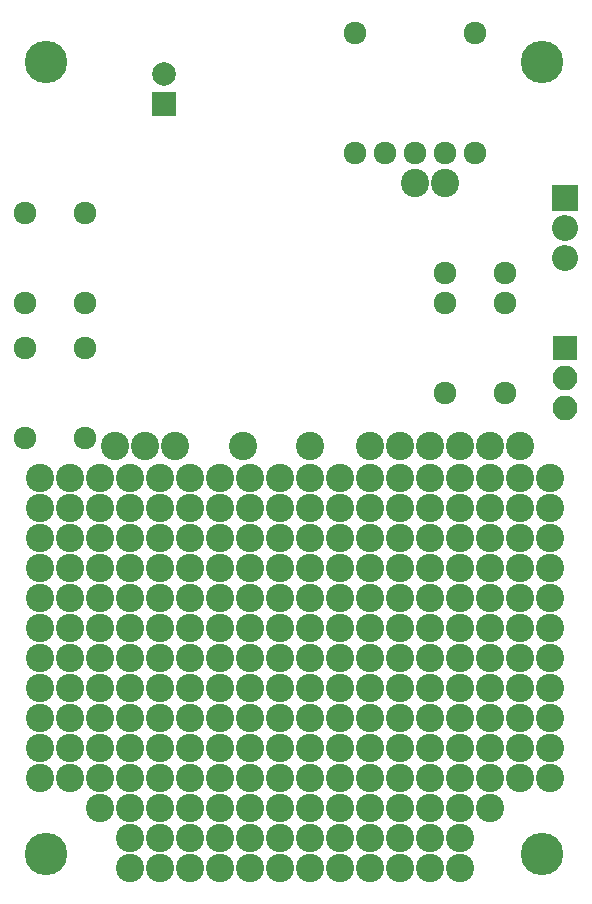
<source format=gbr>
G04 #@! TF.FileFunction,Soldermask,Bot*
%FSLAX46Y46*%
G04 Gerber Fmt 4.6, Leading zero omitted, Abs format (unit mm)*
G04 Created by KiCad (PCBNEW 4.0.6) date 07/28/17 15:14:03*
%MOMM*%
%LPD*%
G01*
G04 APERTURE LIST*
%ADD10C,0.100000*%
%ADD11C,2.400000*%
%ADD12C,3.600000*%
%ADD13R,2.000000X2.000000*%
%ADD14C,2.000000*%
%ADD15R,2.100000X2.100000*%
%ADD16O,2.100000X2.100000*%
%ADD17C,1.924000*%
%ADD18R,2.200000X2.200000*%
%ADD19O,2.200000X2.200000*%
G04 APERTURE END LIST*
D10*
D11*
X73660000Y-134220000D03*
X76200000Y-134220000D03*
X86360000Y-134220000D03*
X83820000Y-134220000D03*
X78740000Y-134220000D03*
X81280000Y-134220000D03*
X93980000Y-134220000D03*
X91440000Y-134220000D03*
X88900000Y-134220000D03*
X96520000Y-134220000D03*
X99060000Y-134220000D03*
X101600000Y-134220000D03*
X106680000Y-134220000D03*
X104140000Y-134220000D03*
X68580000Y-134220000D03*
X63500000Y-134220000D03*
X71120000Y-134220000D03*
X66040000Y-134220000D03*
X93980000Y-136760000D03*
X88900000Y-136760000D03*
X88900000Y-139300000D03*
X91440000Y-136760000D03*
X93980000Y-139300000D03*
X91440000Y-139300000D03*
X86360000Y-136760000D03*
X86360000Y-141840000D03*
X86360000Y-139300000D03*
X91440000Y-141840000D03*
X88900000Y-141840000D03*
X96520000Y-136760000D03*
X99060000Y-141840000D03*
X96520000Y-144380000D03*
X99060000Y-139300000D03*
X96520000Y-139300000D03*
X99060000Y-136760000D03*
X96520000Y-141840000D03*
X99060000Y-144380000D03*
X104140000Y-144380000D03*
X106680000Y-144380000D03*
X106680000Y-141840000D03*
X101600000Y-136760000D03*
X101600000Y-139300000D03*
X106680000Y-139300000D03*
X106680000Y-136760000D03*
X104140000Y-139300000D03*
X104140000Y-136760000D03*
X88900000Y-144380000D03*
X86360000Y-144380000D03*
X91440000Y-144380000D03*
X93980000Y-144380000D03*
X73660000Y-141840000D03*
X73660000Y-144380000D03*
X78740000Y-141840000D03*
X76200000Y-141840000D03*
X78740000Y-144380000D03*
X76200000Y-144380000D03*
X71120000Y-144380000D03*
X63500000Y-141840000D03*
X68580000Y-144380000D03*
X66040000Y-144380000D03*
X63500000Y-144380000D03*
X66040000Y-141840000D03*
X71120000Y-136760000D03*
X73660000Y-139300000D03*
X73660000Y-136760000D03*
X71120000Y-139300000D03*
X68580000Y-136760000D03*
X68580000Y-139300000D03*
X68580000Y-141840000D03*
X71120000Y-141840000D03*
X63500000Y-139300000D03*
X63500000Y-136760000D03*
X66040000Y-136760000D03*
X66040000Y-139300000D03*
X81280000Y-139300000D03*
X83820000Y-136760000D03*
X83820000Y-139300000D03*
X81280000Y-136760000D03*
X83820000Y-141840000D03*
X81280000Y-141840000D03*
X81280000Y-144380000D03*
X83820000Y-144380000D03*
X78740000Y-136760000D03*
X78740000Y-139300000D03*
X76200000Y-139300000D03*
X76200000Y-136760000D03*
X93980000Y-141840000D03*
X101600000Y-141840000D03*
X101600000Y-144380000D03*
X104140000Y-141840000D03*
X93980000Y-146920000D03*
X96520000Y-146920000D03*
X99060000Y-149460000D03*
X96520000Y-149460000D03*
X99060000Y-146920000D03*
X86360000Y-146920000D03*
X91440000Y-149460000D03*
X88900000Y-149460000D03*
X86360000Y-149460000D03*
X91440000Y-146920000D03*
X88900000Y-146920000D03*
X93980000Y-149460000D03*
X91440000Y-152000000D03*
X93980000Y-152000000D03*
X86360000Y-152000000D03*
X88900000Y-152000000D03*
X71120000Y-146920000D03*
X73660000Y-146920000D03*
X73660000Y-149460000D03*
X71120000Y-149460000D03*
X68580000Y-146920000D03*
X63500000Y-149460000D03*
X68580000Y-149460000D03*
X63500000Y-146920000D03*
X68580000Y-152000000D03*
X66040000Y-149460000D03*
X66040000Y-146920000D03*
X73660000Y-152000000D03*
X71120000Y-152000000D03*
X63500000Y-152000000D03*
X66040000Y-152000000D03*
X78740000Y-146920000D03*
X78740000Y-149460000D03*
X81280000Y-149460000D03*
X81280000Y-146920000D03*
X83820000Y-146920000D03*
X83820000Y-149460000D03*
X81280000Y-152000000D03*
X83820000Y-152000000D03*
X76200000Y-146920000D03*
X76200000Y-149460000D03*
X78740000Y-152000000D03*
X76200000Y-152000000D03*
X101600000Y-146920000D03*
X104140000Y-149460000D03*
X101600000Y-149460000D03*
X104140000Y-146920000D03*
X106680000Y-149460000D03*
X106680000Y-146920000D03*
X101600000Y-152000000D03*
X96520000Y-152000000D03*
X99060000Y-152000000D03*
X104140000Y-152000000D03*
X106680000Y-152000000D03*
X73660000Y-154540000D03*
X71120000Y-154540000D03*
X66040000Y-154540000D03*
X63500000Y-154540000D03*
X68580000Y-154540000D03*
X83820000Y-154540000D03*
X81280000Y-154540000D03*
X76200000Y-154540000D03*
X78740000Y-154540000D03*
X99060000Y-154540000D03*
X96520000Y-154540000D03*
X93980000Y-154540000D03*
X91440000Y-154540000D03*
X106680000Y-154540000D03*
X104140000Y-154540000D03*
X101600000Y-154540000D03*
X88900000Y-154540000D03*
X86360000Y-154540000D03*
X73660000Y-157080000D03*
X71120000Y-157080000D03*
X66040000Y-157080000D03*
X63500000Y-157080000D03*
X68580000Y-157080000D03*
X83820000Y-157080000D03*
X81280000Y-157080000D03*
X76200000Y-157080000D03*
X78740000Y-157080000D03*
X99060000Y-157080000D03*
X96520000Y-157080000D03*
X93980000Y-157080000D03*
X91440000Y-157080000D03*
X106680000Y-157080000D03*
X104140000Y-157080000D03*
X101600000Y-157080000D03*
X88900000Y-157080000D03*
X86360000Y-157080000D03*
X106680000Y-159620000D03*
X101600000Y-162160000D03*
X104140000Y-159620000D03*
X101600000Y-159620000D03*
X99060000Y-167240000D03*
X99060000Y-164700000D03*
X99060000Y-162160000D03*
X96520000Y-162160000D03*
X96520000Y-164700000D03*
X96520000Y-167240000D03*
X99060000Y-159620000D03*
X96520000Y-159620000D03*
X93980000Y-167240000D03*
X93980000Y-164700000D03*
X93980000Y-162160000D03*
X91440000Y-162160000D03*
X91440000Y-164700000D03*
X91440000Y-167240000D03*
X93980000Y-159620000D03*
X91440000Y-159620000D03*
X88900000Y-167240000D03*
X88900000Y-164700000D03*
X88900000Y-162160000D03*
X86360000Y-162160000D03*
X86360000Y-164700000D03*
X86360000Y-167240000D03*
X88900000Y-159620000D03*
X86360000Y-159620000D03*
X83820000Y-167240000D03*
X83820000Y-164700000D03*
X83820000Y-162160000D03*
X81280000Y-162160000D03*
X81280000Y-164700000D03*
X81280000Y-167240000D03*
X83820000Y-159620000D03*
X81280000Y-159620000D03*
X78740000Y-167240000D03*
X78740000Y-164700000D03*
X78740000Y-162160000D03*
X76200000Y-162160000D03*
X76200000Y-164700000D03*
X76200000Y-167240000D03*
X78740000Y-159620000D03*
X76200000Y-159620000D03*
X73660000Y-167240000D03*
X73660000Y-164700000D03*
X73660000Y-162160000D03*
X73660000Y-159620000D03*
X63500000Y-159620000D03*
X66040000Y-159620000D03*
X68580000Y-162160000D03*
X68580000Y-159620000D03*
X71120000Y-159620000D03*
X71120000Y-162160000D03*
X71120000Y-164700000D03*
D12*
X106000000Y-166000000D03*
X64000000Y-166000000D03*
X64000000Y-99000000D03*
D13*
X74000000Y-102500000D03*
D14*
X74000000Y-100000000D03*
D15*
X107950000Y-123190000D03*
D16*
X107950000Y-125730000D03*
X107950000Y-128270000D03*
D17*
X90170000Y-106680000D03*
X92710000Y-106680000D03*
X95250000Y-106680000D03*
X97790000Y-106680000D03*
X90170000Y-96520000D03*
X100330000Y-106680000D03*
X100330000Y-96520000D03*
D11*
X95250000Y-109220000D03*
X97790000Y-109220000D03*
X69850000Y-131445000D03*
X72390000Y-131445000D03*
X74930000Y-131445000D03*
X96520000Y-131445000D03*
X93980000Y-131445000D03*
X91440000Y-131445000D03*
D18*
X107950000Y-110490000D03*
D19*
X107950000Y-113030000D03*
X107950000Y-115570000D03*
D17*
X102870000Y-127000000D03*
X102870000Y-119380000D03*
X102870000Y-116840000D03*
X97790000Y-116840000D03*
X97790000Y-119380000D03*
X97790000Y-127000000D03*
X67310000Y-123190000D03*
X62230000Y-123190000D03*
X67310000Y-130810000D03*
X62230000Y-130810000D03*
X67310000Y-111760000D03*
X62230000Y-111760000D03*
X67310000Y-119380000D03*
X62230000Y-119380000D03*
D11*
X101600000Y-131445000D03*
X104140000Y-131445000D03*
X99060000Y-131445000D03*
D12*
X106000000Y-99000000D03*
D11*
X80645000Y-131445000D03*
X86360000Y-131445000D03*
X71120000Y-167240000D03*
M02*

</source>
